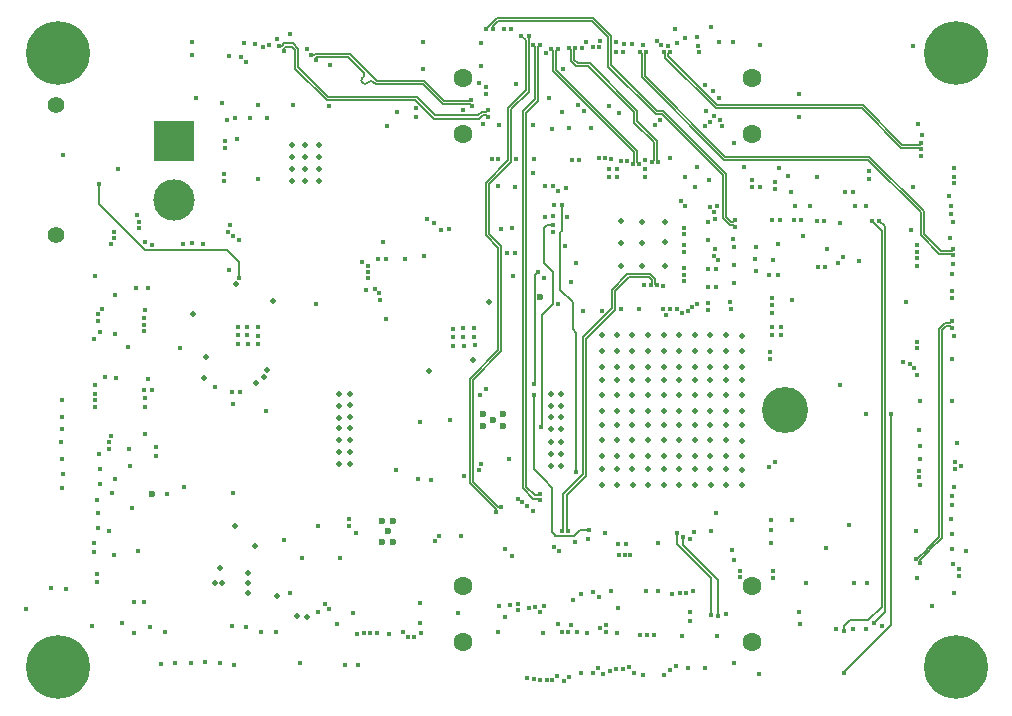
<source format=gbr>
%TF.GenerationSoftware,KiCad,Pcbnew,7.0.6-rc1-29-g152dc56df4*%
%TF.CreationDate,2023-07-03T16:00:48-04:00*%
%TF.ProjectId,pixc4-jetson-universal-carrier,70697863-342d-46a6-9574-736f6e2d756e,rev?*%
%TF.SameCoordinates,Original*%
%TF.FileFunction,Copper,L7,Inr*%
%TF.FilePolarity,Positive*%
%FSLAX46Y46*%
G04 Gerber Fmt 4.6, Leading zero omitted, Abs format (unit mm)*
G04 Created by KiCad (PCBNEW 7.0.6-rc1-29-g152dc56df4) date 2023-07-03 16:00:48*
%MOMM*%
%LPD*%
G01*
G04 APERTURE LIST*
%TA.AperFunction,ComponentPad*%
%ADD10C,1.400000*%
%TD*%
%TA.AperFunction,ComponentPad*%
%ADD11R,3.500000X3.500000*%
%TD*%
%TA.AperFunction,ComponentPad*%
%ADD12C,3.500000*%
%TD*%
%TA.AperFunction,ComponentPad*%
%ADD13C,0.800000*%
%TD*%
%TA.AperFunction,ComponentPad*%
%ADD14C,5.400000*%
%TD*%
%TA.AperFunction,ComponentPad*%
%ADD15C,1.600000*%
%TD*%
%TA.AperFunction,ComponentPad*%
%ADD16C,0.600000*%
%TD*%
%TA.AperFunction,ComponentPad*%
%ADD17C,3.900000*%
%TD*%
%TA.AperFunction,ViaPad*%
%ADD18C,0.400000*%
%TD*%
%TA.AperFunction,ViaPad*%
%ADD19C,0.500000*%
%TD*%
%TA.AperFunction,ViaPad*%
%ADD20C,0.600000*%
%TD*%
%TA.AperFunction,Conductor*%
%ADD21C,0.157480*%
%TD*%
%TA.AperFunction,Conductor*%
%ADD22C,0.127254*%
%TD*%
%TA.AperFunction,Conductor*%
%ADD23C,0.152400*%
%TD*%
%TA.AperFunction,Conductor*%
%ADD24C,0.144780*%
%TD*%
G04 APERTURE END LIST*
D10*
%TO.N,*%
%TO.C,J27*%
X61310700Y-97173560D03*
X61310700Y-86173560D03*
D11*
%TO.N,GND*%
X71310700Y-89173560D03*
D12*
%TO.N,/MainPower/PWR_IN*%
X71310700Y-94173560D03*
%TD*%
D13*
%TO.N,GND*%
%TO.C,J1*%
X59475000Y-81750000D03*
X60068109Y-80318109D03*
X60068109Y-83181891D03*
X61500000Y-79725000D03*
D14*
X61500000Y-81750000D03*
D13*
X61500000Y-83775000D03*
X62931891Y-80318109D03*
X62931891Y-83181891D03*
X63525000Y-81750000D03*
%TD*%
%TO.N,GND*%
%TO.C,J2*%
X59475000Y-133750000D03*
X60068109Y-132318109D03*
X60068109Y-135181891D03*
X61500000Y-131725000D03*
D14*
X61500000Y-133750000D03*
D13*
X61500000Y-135775000D03*
X62931891Y-132318109D03*
X62931891Y-135181891D03*
X63525000Y-133750000D03*
%TD*%
%TO.N,GND*%
%TO.C,J3*%
X135475000Y-81750000D03*
X136068109Y-80318109D03*
X136068109Y-83181891D03*
X137500000Y-79725000D03*
D14*
X137500000Y-81750000D03*
D13*
X137500000Y-83775000D03*
X138931891Y-80318109D03*
X138931891Y-83181891D03*
X139525000Y-81750000D03*
%TD*%
%TO.N,GND*%
%TO.C,J4*%
X135475000Y-133750000D03*
X136068109Y-132318109D03*
X136068109Y-135181891D03*
X137500000Y-131725000D03*
D14*
X137500000Y-133750000D03*
D13*
X137500000Y-135775000D03*
X138931891Y-132318109D03*
X138931891Y-135181891D03*
X139525000Y-133750000D03*
%TD*%
D15*
%TO.N,+5V*%
%TO.C,J5*%
X95750000Y-88625000D03*
X120250000Y-88625000D03*
%TO.N,GND*%
X95750000Y-83875000D03*
X120250000Y-83875000D03*
%TD*%
%TO.N,+5V*%
%TO.C,J6*%
X95750000Y-131625000D03*
X120250000Y-131625000D03*
%TO.N,GND*%
X95750000Y-126875000D03*
X120250000Y-126875000D03*
%TD*%
D16*
%TO.N,GND*%
%TO.C,U6*%
X88900800Y-121406200D03*
X88900800Y-123126200D03*
X89380800Y-122266200D03*
X89860800Y-121406200D03*
X89860800Y-123126200D03*
%TD*%
%TO.N,GND*%
%TO.C,U10*%
X99161600Y-112344200D03*
X97441600Y-112344200D03*
X98301600Y-112824200D03*
X99161600Y-113304200D03*
X97441600Y-113304200D03*
%TD*%
D17*
%TO.N,GND*%
%TO.C,SP1*%
X123000000Y-112000000D03*
%TD*%
D18*
%TO.N,GND*%
X86800000Y-130910000D03*
X118643400Y-80822800D03*
X127630000Y-109890000D03*
D19*
X110093600Y-115900000D03*
D18*
X118000000Y-129240000D03*
X99910000Y-124320000D03*
X92700000Y-95800000D03*
X118668800Y-101193600D03*
X82510000Y-81420000D03*
X92120000Y-129990000D03*
D19*
X108772800Y-106984800D03*
D18*
X78650000Y-130750000D03*
X132980000Y-107910000D03*
D19*
X107496771Y-105674800D03*
D18*
X130110000Y-91710000D03*
X113250000Y-90680000D03*
X97180000Y-110690000D03*
D19*
X119352800Y-110730000D03*
X107492800Y-109434000D03*
D18*
X90144600Y-86715600D03*
D19*
X114054284Y-113250000D03*
D18*
X104930000Y-130230000D03*
X69090000Y-109390000D03*
X70530000Y-130740000D03*
X87570000Y-101850000D03*
D19*
X114047084Y-112050000D03*
X107492800Y-106984800D03*
X118006771Y-105674800D03*
X111409942Y-106984800D03*
X115372855Y-113250000D03*
D18*
X81380000Y-86170000D03*
D19*
X116686455Y-114560000D03*
D18*
X117440000Y-85600000D03*
X114450000Y-99990000D03*
X65960000Y-97970000D03*
X99872800Y-96545400D03*
X105580000Y-90790000D03*
D19*
X82510000Y-129470000D03*
D18*
X128880000Y-126660000D03*
D19*
X107494600Y-108314000D03*
X108772800Y-109434000D03*
D18*
X95732600Y-105079800D03*
D19*
X115367455Y-108314000D03*
X108780000Y-113250000D03*
X116686026Y-108314000D03*
D18*
X100190000Y-98680000D03*
X116350000Y-86660000D03*
D19*
X119354600Y-108334000D03*
D18*
X86070000Y-121250000D03*
D19*
X107492800Y-110710000D03*
D18*
X67500000Y-115260000D03*
X124200000Y-87220000D03*
X77546200Y-106426000D03*
X112240000Y-127350000D03*
X105300000Y-99580000D03*
D19*
X107495029Y-114560000D03*
X115387084Y-118327800D03*
D18*
X64500000Y-105990000D03*
X92220000Y-130890000D03*
D19*
X108772800Y-117017800D03*
D18*
X86454400Y-129184400D03*
X102300000Y-129100000D03*
X97300000Y-82830000D03*
D19*
X111409942Y-112050000D03*
X110091371Y-106984800D03*
X110867599Y-97818001D03*
D18*
X66220000Y-124290000D03*
X76708000Y-106426000D03*
X111250000Y-127350000D03*
D19*
X118005029Y-115900000D03*
D18*
X117260000Y-131130000D03*
X67700000Y-120260000D03*
X130090000Y-92420000D03*
X103790000Y-130120000D03*
X78409800Y-105689400D03*
X117110000Y-95790000D03*
X79121000Y-87299800D03*
X75920000Y-82050000D03*
X111125000Y-91617800D03*
D19*
X119355029Y-115920000D03*
D18*
X104750000Y-88100000D03*
X100220000Y-84370000D03*
D19*
X116684226Y-117017800D03*
D18*
X95710000Y-86590000D03*
X124170000Y-85200000D03*
D19*
X79180000Y-108630000D03*
D18*
X124240000Y-129090000D03*
D19*
X118024229Y-118327800D03*
D18*
X120180000Y-93080000D03*
X86840000Y-133580000D03*
D19*
X116684226Y-106984800D03*
D18*
X88940000Y-97730000D03*
X102510000Y-130870000D03*
X93410000Y-123100000D03*
D19*
X111412171Y-115900000D03*
X114051055Y-105674800D03*
D18*
X90660000Y-130820000D03*
X95290000Y-129190000D03*
X79070000Y-112080000D03*
X64580000Y-100660000D03*
D19*
X119355029Y-114580000D03*
D18*
X115544600Y-91414600D03*
D19*
X108775029Y-114560000D03*
D18*
X94530000Y-96670000D03*
D19*
X118005029Y-114560000D03*
D18*
X128730000Y-93520000D03*
D19*
X116688197Y-105674800D03*
D18*
X95783400Y-105841800D03*
X118643400Y-97510600D03*
X76010000Y-96300000D03*
X136960000Y-97400000D03*
X96723200Y-105816400D03*
X92130000Y-113030000D03*
X77495400Y-105664000D03*
X115260000Y-127350000D03*
X64560000Y-109860000D03*
X65200000Y-103420000D03*
X85760000Y-133540000D03*
X102600000Y-100790000D03*
X133890000Y-81170000D03*
X115600000Y-102970000D03*
X134160000Y-99780000D03*
X103260000Y-88160000D03*
X64580000Y-110640000D03*
X133870000Y-93080000D03*
X114970000Y-129890000D03*
X61850000Y-90360000D03*
X94894400Y-105816400D03*
X116484400Y-103505000D03*
X65420000Y-109220000D03*
X83490000Y-121800000D03*
D19*
X119352800Y-107004800D03*
X77550000Y-125780000D03*
D18*
X108762800Y-91587800D03*
X65020000Y-105420000D03*
X124256800Y-130124200D03*
X133270000Y-102810000D03*
D19*
X107500000Y-113250000D03*
D18*
X137130000Y-107700000D03*
X70170000Y-133510000D03*
X122428000Y-100558600D03*
D19*
X107514229Y-118327800D03*
X116705655Y-118327800D03*
D18*
X81980000Y-133400000D03*
X85330000Y-124520000D03*
D19*
X107495029Y-115900000D03*
D18*
X94894400Y-106527600D03*
X120910000Y-81110000D03*
D19*
X109093000Y-99771200D03*
D18*
X121793000Y-121285000D03*
X121640600Y-100533200D03*
D19*
X112728513Y-109434000D03*
D18*
X107600000Y-134300000D03*
D19*
X115365655Y-110710000D03*
D18*
X126441200Y-99898200D03*
X97120000Y-84340000D03*
X110970000Y-81070000D03*
D19*
X77560000Y-127460000D03*
X115365655Y-117017800D03*
D18*
X118550000Y-123850000D03*
X103790000Y-102990000D03*
D19*
X114047084Y-110710000D03*
X108774600Y-108314000D03*
D18*
X68760000Y-128220000D03*
X111950000Y-131030000D03*
D19*
X108772800Y-112050000D03*
D18*
X112960000Y-103960000D03*
D19*
X114047084Y-109434000D03*
X119356771Y-105694800D03*
X111411742Y-108314000D03*
X114049313Y-114560000D03*
D18*
X102750000Y-81750000D03*
X84450000Y-82790000D03*
X92405200Y-83108800D03*
X105810000Y-81340000D03*
X78390000Y-86180000D03*
X105950000Y-103570000D03*
X99640000Y-116120000D03*
D19*
X119352800Y-112070000D03*
D18*
X68840000Y-111770000D03*
D19*
X107492800Y-117017800D03*
X119360000Y-113270000D03*
X81710000Y-129460000D03*
X109093000Y-95986600D03*
D18*
X78409800Y-106426000D03*
X80580000Y-122980000D03*
X106740000Y-127400000D03*
D19*
X110091371Y-112050000D03*
D18*
X99974400Y-100660200D03*
X69060000Y-101690000D03*
X134420000Y-111230000D03*
X68170000Y-95500000D03*
D19*
X118002800Y-109434000D03*
X114047084Y-106984800D03*
D18*
X116484400Y-102895400D03*
D19*
X115367884Y-115900000D03*
X110112800Y-118327800D03*
X110947200Y-99771200D03*
D18*
X76708000Y-105638600D03*
D19*
X116684226Y-110710000D03*
D18*
X137120000Y-100480000D03*
X98800000Y-128580000D03*
X129290000Y-99330000D03*
X75565000Y-89179400D03*
X89490000Y-130980000D03*
X101780000Y-90720000D03*
X98780000Y-87830000D03*
X122428000Y-97917000D03*
D19*
X112749942Y-118327800D03*
D18*
X64490000Y-123240000D03*
X84390000Y-86270000D03*
X114960000Y-129070000D03*
D19*
X112732484Y-105674800D03*
X116684226Y-112050000D03*
D18*
X137890000Y-116700000D03*
X108780000Y-130840000D03*
D19*
X108775029Y-115900000D03*
D18*
X137310000Y-91510000D03*
X108864400Y-128717000D03*
X83490000Y-129070000D03*
X114760000Y-133790000D03*
X73760000Y-97900000D03*
X127320000Y-130570000D03*
X128920000Y-94700000D03*
D19*
X119352800Y-109454000D03*
D18*
X116280000Y-133840000D03*
D19*
X118002800Y-106984800D03*
D18*
X131200000Y-130240000D03*
X104521000Y-95605600D03*
X117144800Y-100076000D03*
X137290000Y-118500000D03*
D19*
X111417142Y-113250000D03*
D18*
X88470000Y-130880000D03*
X121996200Y-99263200D03*
X136940000Y-93830000D03*
X96697800Y-105079800D03*
X75372200Y-86022200D03*
X137270000Y-96050000D03*
D19*
X119374229Y-118347800D03*
D18*
X111180000Y-90820000D03*
X108102400Y-91567000D03*
D19*
X119352800Y-117037800D03*
D18*
X113080000Y-81160000D03*
D19*
X108772800Y-110710000D03*
D18*
X117144800Y-101549200D03*
X120910000Y-93070000D03*
D19*
X112877600Y-99771200D03*
D18*
X67880000Y-128210000D03*
D19*
X78160000Y-123520000D03*
D18*
X107320000Y-80780000D03*
X77698600Y-87299800D03*
X120180000Y-92520000D03*
X97282000Y-80949800D03*
X121793000Y-122174000D03*
X88690000Y-102670000D03*
X117250000Y-94730000D03*
D19*
X115365655Y-106984800D03*
D18*
X135440000Y-128550000D03*
D19*
X118002800Y-112050000D03*
D18*
X137150000Y-111190000D03*
X66290000Y-105510000D03*
D19*
X114068513Y-118327800D03*
X110093171Y-108314000D03*
X112852200Y-97790000D03*
D18*
X68770000Y-105300000D03*
D19*
X110091371Y-109434000D03*
X108776771Y-105674800D03*
D18*
X104485000Y-93192600D03*
X67350000Y-106650000D03*
X77495400Y-104978200D03*
X91770000Y-86410000D03*
X58790000Y-128800000D03*
X123610000Y-102650000D03*
D19*
X109118400Y-97840800D03*
D18*
X117120000Y-98330000D03*
X101710000Y-87850000D03*
X117424200Y-80848200D03*
X87200000Y-99460000D03*
D19*
X112728513Y-110710000D03*
X110098571Y-113250000D03*
D18*
X78384400Y-104978200D03*
X126480000Y-123650000D03*
D19*
X114048884Y-108314000D03*
D18*
X79900000Y-130760000D03*
X68820000Y-103550000D03*
X111060000Y-101420000D03*
X76810000Y-97580000D03*
X134550000Y-90510000D03*
X112240000Y-123220000D03*
X109410000Y-80970000D03*
X128410000Y-121740000D03*
D19*
X118002800Y-110710000D03*
X108794229Y-118327800D03*
D18*
X78780000Y-81230000D03*
X134210000Y-109040000D03*
D19*
X110947200Y-96062800D03*
X111409942Y-117017800D03*
X116691426Y-113250000D03*
D18*
X92140000Y-128350000D03*
X69780000Y-115080000D03*
X82120000Y-124520000D03*
D19*
X112728513Y-117017800D03*
D18*
X68100000Y-101680000D03*
X68790000Y-97750000D03*
D19*
X115365655Y-109434000D03*
D18*
X134110000Y-122250000D03*
D19*
X115367884Y-114560000D03*
D18*
X94630000Y-112830000D03*
D19*
X76420000Y-121770000D03*
D18*
X129930000Y-126630000D03*
D19*
X112728513Y-112050000D03*
D18*
X107750000Y-122430000D03*
D19*
X116684226Y-109434000D03*
D18*
X109821900Y-133780000D03*
X116586000Y-92481400D03*
X67530000Y-116760000D03*
D19*
X118002800Y-117017800D03*
X114047084Y-117017800D03*
D18*
X104250000Y-83100000D03*
X105440000Y-130810000D03*
X97470000Y-87730000D03*
X94869000Y-105105200D03*
D19*
X112730313Y-108314000D03*
D18*
X110660000Y-103400000D03*
D19*
X112730742Y-114560000D03*
D18*
X121793000Y-123215400D03*
D19*
X112728513Y-106984800D03*
D18*
X79980000Y-80550000D03*
D19*
X111409942Y-109434000D03*
X110091371Y-110710000D03*
D18*
X68840000Y-110990000D03*
X134570000Y-88710000D03*
X64470000Y-124030000D03*
D19*
X115365655Y-112050000D03*
X118010000Y-113250000D03*
D18*
X99510000Y-98680000D03*
X72770000Y-80850000D03*
X89331800Y-87909400D03*
D19*
X111409942Y-110710000D03*
X110093600Y-114560000D03*
X111431371Y-118327800D03*
X77540000Y-126650000D03*
D18*
X107350000Y-130440000D03*
X95808800Y-106527600D03*
X98750000Y-130770000D03*
X66380000Y-109250000D03*
X134150000Y-98050000D03*
D19*
X112852200Y-96037400D03*
D18*
X96748600Y-106502200D03*
D19*
X110091371Y-117017800D03*
D18*
X114280000Y-103780000D03*
X76708000Y-104978200D03*
X129910000Y-112290000D03*
X85090000Y-130080000D03*
X75565000Y-89789000D03*
D19*
X114049313Y-115900000D03*
D18*
X91795600Y-87198200D03*
D19*
X116686455Y-115900000D03*
D18*
X72770000Y-81950000D03*
X108260000Y-127350000D03*
X105040000Y-128060000D03*
X123647200Y-121310400D03*
X92354400Y-80797400D03*
X64380000Y-130250000D03*
D19*
X112730742Y-115900000D03*
X111412171Y-114560000D03*
D18*
X117527399Y-87473352D03*
X68800000Y-114020000D03*
X112680000Y-101450000D03*
X87690000Y-100850000D03*
D19*
X111413913Y-105674800D03*
X107492800Y-112050000D03*
X118004600Y-108314000D03*
D18*
X106260000Y-130890000D03*
D19*
X112735713Y-113250000D03*
D18*
X68260000Y-123950000D03*
X137200000Y-99590000D03*
X125755400Y-92278200D03*
D19*
X110095342Y-105674800D03*
X115369626Y-105674800D03*
D18*
X119532400Y-91414600D03*
D19*
%TO.N,+5V*%
X85242400Y-116586000D03*
D18*
X97729000Y-110236000D03*
D19*
X85242400Y-115570000D03*
X86156800Y-111556800D03*
X85242400Y-114554000D03*
D18*
X86660000Y-122380000D03*
X121900000Y-105630000D03*
D19*
X86156800Y-116535200D03*
X85242400Y-111607600D03*
X86156800Y-114503200D03*
X86156800Y-112572800D03*
D18*
X86060000Y-121770000D03*
D19*
X73840000Y-109260000D03*
X86156800Y-113538000D03*
D18*
X124570000Y-97240000D03*
X127950000Y-99070000D03*
D19*
X85242400Y-112623600D03*
D18*
X127540000Y-99520000D03*
D19*
X86156800Y-115519200D03*
X86156800Y-110591600D03*
X85242400Y-113538000D03*
D18*
X120548400Y-98221800D03*
X104960000Y-90810000D03*
X102720000Y-93000000D03*
X124360000Y-95940000D03*
X60850000Y-127070000D03*
D20*
X102311200Y-102438200D03*
D19*
X85242400Y-110591600D03*
D18*
%TO.N,3V3_SYS*%
X116770000Y-79560000D03*
%TO.N,USB2-*%
X134540000Y-89374834D03*
X113263500Y-81640000D03*
%TO.N,USB2+*%
X134540000Y-89901834D03*
X112736500Y-81640000D03*
%TO.N,PORT_VBUS_2*%
X134243334Y-87763334D03*
X117020000Y-87100000D03*
%TO.N,USB3-*%
X111263500Y-81680000D03*
X137250000Y-98351500D03*
%TO.N,USB3+*%
X137250000Y-98878500D03*
X110736500Y-81680000D03*
%TO.N,PORT_VBUS_3*%
X133700000Y-96750000D03*
X110070000Y-80960000D03*
%TO.N,USB4-*%
X109263500Y-81660000D03*
X133583677Y-108053677D03*
%TO.N,USB4+*%
X133956323Y-108426323D03*
X108736500Y-81660000D03*
%TO.N,PORT_VBUS_4*%
X137300000Y-105760000D03*
X108740000Y-80850000D03*
%TO.N,ETH_RADIO_TX_N*%
X102304140Y-81090000D03*
X122125060Y-116374940D03*
X102240000Y-119063800D03*
%TO.N,ETH_RADIO_TX_P*%
X101695860Y-81090000D03*
X121694940Y-116805060D03*
X102240000Y-119616200D03*
%TO.N,ETH_RADIO_RX_N*%
X101304140Y-80290000D03*
X122000000Y-125635860D03*
X98955303Y-120204697D03*
%TO.N,ETH_RADIO_RX_P*%
X98564697Y-120595303D03*
X122000000Y-126244140D03*
X100695860Y-80290000D03*
%TO.N,ETH_SPARE_RX_P*%
X121780000Y-107694140D03*
X99804140Y-79690000D03*
%TO.N,ETH_SPARE_RX_N*%
X121780000Y-107085860D03*
X99195860Y-79690000D03*
%TO.N,ETH_SPARE_TX_P*%
X118770000Y-96504140D03*
X98304140Y-79720000D03*
%TO.N,ETH_SPARE_TX_N*%
X118770000Y-95895860D03*
X97695860Y-79720000D03*
D19*
%TO.N,Net-(D2-K)*%
X96580000Y-107730000D03*
X97920000Y-102810000D03*
D18*
%TO.N,FMU_I2C_1_SDA*%
X65000000Y-116980000D03*
X103437300Y-123567300D03*
%TO.N,FMU_I2C_1_SCL*%
X64970000Y-115710000D03*
X101670000Y-120520000D03*
%TO.N,GPS1_RX*%
X101200000Y-120150000D03*
X65820000Y-115280000D03*
%TO.N,GPS1_TX*%
X65800000Y-114720000D03*
X100782162Y-119804123D03*
%TO.N,+VDD_5V_PERIPH*%
X108220000Y-134110000D03*
X110960000Y-134390000D03*
X65910000Y-114190000D03*
X105710000Y-134240000D03*
X61760000Y-118630000D03*
X66840000Y-130060000D03*
X138330000Y-123950000D03*
X110235000Y-134265000D03*
X76380000Y-133550000D03*
X100400000Y-119480000D03*
X137560000Y-114790000D03*
X102590000Y-128570000D03*
%TO.N,BATT_VOLTAGE_SENS_PROT*%
X61860000Y-117380000D03*
X117320000Y-129400000D03*
X114360000Y-122780000D03*
%TO.N,BATT_CURRENT_SENS_PROT*%
X116740000Y-129380000D03*
X61780000Y-116110000D03*
X113840000Y-122360000D03*
%TO.N,FMU-CH1-PROT*%
X101840000Y-128640000D03*
X134410000Y-118330000D03*
%TO.N,IO-CH8-PROT*%
X104730000Y-134610000D03*
X137170000Y-119280000D03*
%TO.N,IO-CH7-PROT*%
X137110000Y-119990000D03*
X104290000Y-134910000D03*
%TO.N,IO-CH6-PROT*%
X103750000Y-134520000D03*
X137090000Y-121220000D03*
%TO.N,IO-CH5-PROT*%
X137130000Y-122480000D03*
X103320979Y-134848867D03*
%TO.N,IO-CH4-PROT*%
X137190000Y-123720000D03*
X102820000Y-134860000D03*
%TO.N,IO-CH3-PROT*%
X102260000Y-134870000D03*
X137250000Y-124990000D03*
%TO.N,IO-CH2-PROT*%
X101750000Y-134780000D03*
X134220000Y-126240000D03*
%TO.N,IO-CH1-PROT*%
X101140000Y-134670000D03*
X137320000Y-127470000D03*
%TO.N,ETH_RADIO_TX_POSTMAG_N*%
X137120000Y-101925460D03*
X134370000Y-117131300D03*
%TO.N,ETH_RADIO_TX_POSTMAG_P*%
X137120000Y-102533740D03*
X134370000Y-117658300D03*
%TO.N,ETH_RADIO_RX_POSTMAG_N*%
X134088279Y-124573677D03*
X137130000Y-104425460D03*
%TO.N,ETH_RADIO_RX_POSTMAG_P*%
X137130000Y-105033740D03*
X134460925Y-124946323D03*
%TO.N,ETH_SPARE_TX_POSTMAG_N*%
X137340000Y-92266500D03*
X134167726Y-98621500D03*
%TO.N,ETH_SPARE_TX_POSTMAG_P*%
X137340000Y-92793500D03*
X134167726Y-99148500D03*
%TO.N,ETH_SPARE_RX_POSTMAG_N*%
X134200000Y-106241500D03*
X137090000Y-94754260D03*
%TO.N,ETH_SPARE_RX_POSTMAG_P*%
X137090000Y-95362540D03*
X134200000Y-106768500D03*
D19*
%TO.N,Net-(D3-K)*%
X78245300Y-109710000D03*
X79640000Y-102720000D03*
D18*
%TO.N,+1V1*%
X118668800Y-98221800D03*
X122148600Y-92684600D03*
X122148600Y-93243400D03*
X108102400Y-92227400D03*
X111125000Y-92252800D03*
X107518200Y-103581200D03*
X123740000Y-95930000D03*
X112664200Y-103454200D03*
X116454000Y-96062800D03*
X103370000Y-92990000D03*
X121890000Y-104970000D03*
X116494600Y-100076000D03*
X109139200Y-103428800D03*
X116454400Y-97561400D03*
X122580000Y-95890000D03*
X121880000Y-95870000D03*
%TO.N,+5V_FMU*%
X124820000Y-126640000D03*
X108910000Y-123310000D03*
X108960000Y-124290000D03*
D19*
X103225600Y-116687600D03*
X75210000Y-125330000D03*
X104089200Y-113588800D03*
X104089200Y-115671600D03*
D18*
X102710000Y-95610000D03*
X122540000Y-91460000D03*
D19*
X75350000Y-126660000D03*
X104089200Y-111658400D03*
X92910000Y-108670000D03*
X103225600Y-111658400D03*
X74760000Y-126660000D03*
D20*
X69392800Y-119126000D03*
D18*
X126350000Y-95960000D03*
D19*
X79970000Y-127700000D03*
X104089200Y-112572800D03*
D18*
X109930000Y-124290000D03*
X62160000Y-127160000D03*
X109580000Y-123300000D03*
X66070000Y-119030000D03*
X109430000Y-124300000D03*
D19*
X104089200Y-114655600D03*
X103225600Y-110642400D03*
D18*
X81110000Y-127508000D03*
D19*
X103225600Y-113588800D03*
D18*
X65760000Y-122210000D03*
D19*
X103225600Y-112572800D03*
D18*
X122670000Y-105620000D03*
D19*
X103225600Y-115671600D03*
X104089200Y-116687600D03*
X103225600Y-114655600D03*
X104089200Y-110642400D03*
D18*
%TO.N,IRID_ON_OFF_3.3*%
X115760000Y-81710000D03*
X81070000Y-80190000D03*
%TO.N,IRID_TX_IN_3.3*%
X115610000Y-81130000D03*
X79360000Y-81070000D03*
%TO.N,IRID_RING_3.3*%
X115560000Y-80370000D03*
X78150000Y-81040000D03*
%TO.N,IRID_NA_3.3*%
X77170000Y-80930000D03*
X113690000Y-79760000D03*
%TO.N,IRID_RX_OUT_3.3*%
X117710000Y-87940000D03*
X73170000Y-85550000D03*
%TO.N,USB_EXT2_SSTX-*%
X113280000Y-103430000D03*
X100390000Y-128380000D03*
%TO.N,Net-(U9-VCC)*%
X69750000Y-115860000D03*
X70730000Y-119120000D03*
%TO.N,XAVIER_I2C1_SCL*%
X128010000Y-130660000D03*
X130370000Y-95980000D03*
X116920000Y-84940000D03*
%TO.N,CAM1_D0_N*%
X112454284Y-87445716D03*
%TO.N,CAM1_D0_P*%
X112045716Y-87854284D03*
X104100000Y-86720000D03*
X103010000Y-85540000D03*
%TO.N,CAM1_C_N*%
X108110000Y-86280000D03*
%TO.N,CAM1_C_P*%
X108990000Y-86830000D03*
%TO.N,CAM1_D1_N*%
X105510000Y-86160000D03*
%TO.N,CAM1_D1_P*%
X106035716Y-86644284D03*
%TO.N,XAVIER_I2C1_SDA*%
X130570000Y-129980000D03*
X116250000Y-84480000D03*
X130960000Y-95960000D03*
%TO.N,GPIO10*%
X76440000Y-87260000D03*
X116660000Y-87560000D03*
X72080000Y-97970000D03*
%TO.N,GPIO12*%
X75800000Y-87420000D03*
X116250000Y-87910000D03*
X69460000Y-97990000D03*
%TO.N,RC_INPUT*%
X76820000Y-100840000D03*
X101790000Y-110737300D03*
X64970000Y-92840000D03*
X106390000Y-122150000D03*
%TO.N,+VDD_5V_RADIO*%
X69240000Y-130350000D03*
X66500000Y-91570000D03*
X107240000Y-127840000D03*
%TO.N,BUZZER_OUT*%
X66320000Y-117840000D03*
X64810000Y-121970000D03*
%TO.N,SAFETY_VDD*%
X105750000Y-127550000D03*
X64880000Y-120720000D03*
X99280000Y-123780000D03*
%TO.N,SAFETY_SWITCH_IN*%
X64980000Y-118250000D03*
X103874349Y-123900000D03*
%TO.N,TELEM1_TX*%
X114280000Y-131130000D03*
X75180000Y-133430000D03*
%TO.N,TELEM1_RX*%
X113750000Y-133660000D03*
X73900000Y-133360000D03*
%TO.N,TELEM1_CTS*%
X113240000Y-134040000D03*
X72680000Y-133380000D03*
%TO.N,TELEM1_RTS*%
X71390000Y-133380000D03*
X112780000Y-134420000D03*
%TO.N,INTVCC*%
X125791000Y-99872800D03*
X120497600Y-99237800D03*
%TO.N,USB_EXT2_SSTX+*%
X113840000Y-103410000D03*
X100380000Y-128930000D03*
%TO.N,CAN_2+*%
X137730000Y-125470860D03*
X108695860Y-133920000D03*
%TO.N,CAN_2-*%
X109304140Y-133920000D03*
X137730000Y-126079140D03*
%TO.N,FMU_I2C_2_SDA*%
X64780000Y-125880000D03*
X107200000Y-133820000D03*
%TO.N,FMU_I2C_2_SCL*%
X64750000Y-126590000D03*
X106750000Y-134270000D03*
%TO.N,FMU-CH4-PROT*%
X99310000Y-129550000D03*
X134370000Y-113670000D03*
%TO.N,FMU-CH3-PROT*%
X99750000Y-128470000D03*
X134420000Y-115000000D03*
%TO.N,FMU-CH2-PROT*%
X134420000Y-116120000D03*
X101330000Y-128710000D03*
%TO.N,USB_EXT1_SSTX-*%
X84426323Y-128806323D03*
X117356323Y-99316323D03*
X87690000Y-100322070D03*
%TO.N,USB_EXT1_SSTX+*%
X87690000Y-99817930D03*
X84053677Y-128433677D03*
X116983677Y-98943677D03*
%TO.N,CAM1_GPIO*%
X108290000Y-90700000D03*
X112170000Y-80767300D03*
%TO.N,CAM1_MCLK*%
X107760000Y-90690000D03*
X112551641Y-81092037D03*
%TO.N,CAM1_SCL0*%
X113830000Y-80940000D03*
X107240000Y-90680000D03*
%TO.N,CAM1_SDA0*%
X106600000Y-88150000D03*
X114572700Y-80500000D03*
%TO.N,CAM0_D0_N*%
X76965716Y-82075716D03*
X97670000Y-84671100D03*
%TO.N,CAM0_D0_P*%
X97670000Y-85248900D03*
X77374284Y-82484284D03*
%TO.N,CAM0_C_N*%
X96410000Y-85730000D03*
X82895716Y-81935716D03*
%TO.N,CAM0_C_P*%
X83304284Y-82344284D03*
X96480000Y-86280000D03*
%TO.N,CAM0_D1_N*%
X97830000Y-86581100D03*
X80205716Y-81145716D03*
%TO.N,CAM0_D1_P*%
X80614284Y-81554284D03*
X97830000Y-87158900D03*
%TO.N,CAM0_GPIO*%
X101640000Y-91900000D03*
%TO.N,CAM0_MCLK*%
X100180000Y-93130000D03*
%TO.N,CAM0_SCL0*%
X100200000Y-90700000D03*
%TO.N,CAM0_SDA0*%
X98680000Y-93020000D03*
%TO.N,USBSS_TX_N*%
X112290000Y-90990000D03*
X105263500Y-81350000D03*
%TO.N,USBSS_TX_P*%
X111770000Y-90980000D03*
X104736500Y-81350000D03*
%TO.N,UART4_RX*%
X114660000Y-127480000D03*
X119167208Y-126152989D03*
%TO.N,UART4_TX*%
X119190000Y-125630000D03*
X114120000Y-127490000D03*
%TO.N,S.BUS_OUT*%
X67920000Y-130900000D03*
X113470000Y-127530000D03*
%TO.N,USB_CELL_SSTX+*%
X116643677Y-94833677D03*
X64600000Y-111706000D03*
X66200000Y-96937930D03*
%TO.N,USB_CELL_SSTX-*%
X66200000Y-97442070D03*
X117016323Y-95206323D03*
X64600000Y-111179000D03*
%TO.N,+SIM_VCC*%
X83310000Y-102980000D03*
X76300000Y-111520000D03*
X128077000Y-93522800D03*
X127650000Y-96140000D03*
%TO.N,Net-(D9-K)*%
X77380000Y-130360000D03*
X75950000Y-100150000D03*
X76190000Y-130290000D03*
%TO.N,Net-(D10-A)*%
X132010000Y-112350000D03*
X120780000Y-134330000D03*
X128030000Y-134220000D03*
%TO.N,USB_CELL_D+*%
X68330000Y-96097930D03*
X114180000Y-94260000D03*
X68710000Y-104236500D03*
%TO.N,USB_CELL_D-*%
X114526323Y-94706323D03*
X68710000Y-104763500D03*
X68330000Y-96602070D03*
%TO.N,USB_CELL_SSRX+*%
X114470000Y-96554501D03*
X75891759Y-96891759D03*
X68740000Y-110263500D03*
%TO.N,USB_CELL_SSRX-*%
X114470000Y-97081501D03*
X69410000Y-110310000D03*
X76248241Y-97248241D03*
%TO.N,USB_EXT1_D+*%
X114490000Y-98054502D03*
X91101500Y-131190000D03*
%TO.N,USB_EXT1_D-*%
X114490000Y-98581502D03*
X91628500Y-131190000D03*
%TO.N,USB_EXT1_SSRX+*%
X114460000Y-100554502D03*
X87351500Y-130890000D03*
X88311759Y-101721759D03*
%TO.N,USB_EXT1_SSRX-*%
X114460000Y-101081502D03*
X88668241Y-102078241D03*
X87878500Y-130890000D03*
%TO.N,USB_EXT2_D+*%
X115136323Y-103243677D03*
X107871500Y-130740000D03*
%TO.N,USB_EXT2_D-*%
X114763677Y-103616323D03*
X107850000Y-130170000D03*
%TO.N,USB_EXT2_SSRX+*%
X112150000Y-101440000D03*
X104121500Y-130750000D03*
X104132930Y-122230000D03*
%TO.N,USB_EXT2_SSRX-*%
X104648500Y-130750000D03*
X104637070Y-122230000D03*
X111630000Y-101430000D03*
%TO.N,PWRCTRL2*%
X101720000Y-109750000D03*
X102100000Y-100330000D03*
%TO.N,+3V3*%
X118414800Y-103454200D03*
X121920000Y-102463600D03*
X125710000Y-95960000D03*
X123260000Y-92170000D03*
X122650000Y-104980000D03*
X103378000Y-96951800D03*
X118389400Y-102844600D03*
X104889600Y-101142800D03*
X121920000Y-103784400D03*
X118668800Y-99745800D03*
X114528600Y-92242600D03*
X116484400Y-101549200D03*
X103454200Y-94640400D03*
X104368600Y-98069400D03*
X103360000Y-95590000D03*
X121920000Y-103124000D03*
X108770000Y-92220000D03*
%TO.N,OVERCUR3*%
X103378000Y-96312200D03*
X102330000Y-113400000D03*
%TO.N,OVERCUR2*%
X104104400Y-94640400D03*
X105321401Y-117240000D03*
X97290000Y-116550000D03*
%TO.N,CAN_1+*%
X137380000Y-116360860D03*
X110695860Y-131020000D03*
%TO.N,CAN_1-*%
X111304140Y-131020000D03*
X137380000Y-116969140D03*
D19*
%TO.N,/MainPower/PWR_IN*%
X81305400Y-91541600D03*
X83591400Y-90551000D03*
X82346800Y-92583000D03*
X82346800Y-90551000D03*
X81305400Y-90551000D03*
X83591400Y-89509600D03*
X83591400Y-92583000D03*
X83591400Y-91541600D03*
D18*
X75539600Y-91998800D03*
D19*
X81305400Y-89509600D03*
X82346800Y-91541600D03*
D18*
X78359000Y-92430600D03*
D19*
X82346800Y-89509600D03*
D18*
X75539600Y-92583000D03*
D19*
X81305400Y-92583000D03*
D18*
%TO.N,JETSON_USB1_D_P*%
X106736500Y-81290000D03*
X109104100Y-90900000D03*
%TO.N,JETSON_USB1_D_N*%
X107263500Y-81290000D03*
X109631100Y-90900000D03*
%TO.N,USBSS_RX_P*%
X110104099Y-91130000D03*
X103236500Y-81450000D03*
%TO.N,USBSS_RX_N*%
X103763500Y-81450000D03*
X110631099Y-91130000D03*
%TO.N,Net-(IC1-USB_R1)*%
X115351600Y-93141800D03*
%TO.N,JETSON_CAN+*%
X93324894Y-96144894D03*
X64870000Y-103830860D03*
X98170000Y-90720000D03*
%TO.N,JETSON_CAN-*%
X98750000Y-90720000D03*
X64870000Y-104439140D03*
X93895106Y-96715106D03*
%TO.N,PORT_VBUS_JETSON*%
X103780000Y-93469350D03*
X106180000Y-80830000D03*
%TO.N,GPIO02*%
X72830000Y-97870000D03*
X118720000Y-89360000D03*
X76640000Y-89050000D03*
%TO.N,BATT2_CURRENT_SENS_PROT*%
X115010000Y-122940000D03*
X61800000Y-113610000D03*
%TO.N,BATT2_VOLTAGE_SENS_PROT*%
X115350000Y-122320000D03*
X61730000Y-114680000D03*
%TO.N,SPARE1_ADC1*%
X116740000Y-122220000D03*
X93065744Y-117871709D03*
%TO.N,SPARE2_ADC1*%
X97100000Y-117090000D03*
X117180000Y-120710000D03*
%TO.N,Net-(J20-Pin_7)*%
X64730000Y-119600000D03*
X105230000Y-123190000D03*
D19*
%TO.N,Net-(J30-~{FULL_CARD_POWER_OFF})*%
X76510000Y-101360000D03*
X72880000Y-103890000D03*
%TO.N,PCIE_DIS*%
X78870000Y-109230000D03*
X74000000Y-107520000D03*
D18*
%TO.N,VBUS_CELL*%
X71810000Y-106720000D03*
X98950000Y-96640000D03*
%TO.N,SIM_RESET*%
X125160000Y-94710000D03*
X89220000Y-104260000D03*
X92490000Y-98950000D03*
X74730000Y-110000000D03*
%TO.N,SIM_CLK*%
X76200000Y-110440000D03*
X123490000Y-93560000D03*
X89220000Y-99210000D03*
%TO.N,SIM_DATA*%
X123850000Y-94710000D03*
X76850000Y-110440000D03*
X88560000Y-99240000D03*
%TO.N,SIM_DETECT*%
X129870000Y-94700000D03*
X90850000Y-99180000D03*
X76280000Y-119050000D03*
%TO.N,Net-(U9-+IN)*%
X106330000Y-122870000D03*
X72110000Y-118490000D03*
%TO.N,PGOOD2*%
X120548400Y-100228400D03*
X126570000Y-98370000D03*
%TO.N,+5V_PROT*%
X90115000Y-117095000D03*
X66310000Y-102250000D03*
%TO.N,RS232_TXD*%
X129870000Y-130500000D03*
%TO.N,RS232_RXD*%
X128750000Y-130550000D03*
%TO.N,+5V_PROT_INS*%
X118680000Y-133420000D03*
X118670000Y-124710000D03*
X95590000Y-122640000D03*
X93740000Y-122620000D03*
%TO.N,Net-(J13-Pin_6)*%
X61810000Y-112540000D03*
X91980000Y-117848700D03*
%TO.N,Net-(J13-Pin_7)*%
X95873592Y-117560000D03*
X61840000Y-111170000D03*
%TD*%
D21*
%TO.N,USB2-*%
X134407311Y-89507523D02*
X134540000Y-89374834D01*
X117264184Y-86189190D02*
X129614184Y-86189190D01*
X113130811Y-81772689D02*
X113130811Y-82055817D01*
X113263500Y-81640000D02*
X113130811Y-81772689D01*
X129614184Y-86189190D02*
X132932517Y-89507523D01*
X132932517Y-89507523D02*
X134407311Y-89507523D01*
X113130811Y-82055817D02*
X117264184Y-86189190D01*
%TO.N,USB2+*%
X129505816Y-86450810D02*
X132824151Y-89769145D01*
X134407311Y-89769145D02*
X134540000Y-89901834D01*
X132824151Y-89769145D02*
X134407311Y-89769145D01*
X117155816Y-86450810D02*
X129505816Y-86450810D01*
X112869189Y-82164183D02*
X117155816Y-86450810D01*
X112869189Y-81772689D02*
X112869189Y-82164183D01*
X112736500Y-81640000D02*
X112869189Y-81772689D01*
%TO.N,USB3-*%
X111263500Y-81680000D02*
X111130811Y-81812689D01*
X117964184Y-90539190D02*
X130164184Y-90539190D01*
X134750810Y-97055816D02*
X136179183Y-98484189D01*
X111130811Y-83705817D02*
X117964184Y-90539190D01*
X136179183Y-98484189D02*
X137117311Y-98484189D01*
X130164184Y-90539190D02*
X134750810Y-95125816D01*
X111130811Y-81812689D02*
X111130811Y-83705817D01*
X134750810Y-95125816D02*
X134750810Y-97055816D01*
X137117311Y-98484189D02*
X137250000Y-98351500D01*
%TO.N,USB3+*%
X110869189Y-83814183D02*
X117855816Y-90800810D01*
X117855816Y-90800810D02*
X130055816Y-90800810D01*
X137117311Y-98745811D02*
X137250000Y-98878500D01*
X110736500Y-81680000D02*
X110869189Y-81812689D01*
X134489190Y-95234184D02*
X134489190Y-97164184D01*
X130055816Y-90800810D02*
X134489190Y-95234184D01*
X134489190Y-97164184D02*
X136070817Y-98745811D01*
X110869189Y-81812689D02*
X110869189Y-83814183D01*
X136070817Y-98745811D02*
X137117311Y-98745811D01*
D22*
%TO.N,ETH_RADIO_TX_N*%
X102139700Y-81254440D02*
X102139700Y-85787866D01*
X101109700Y-86817866D02*
X101109700Y-118482134D01*
X102139700Y-85787866D02*
X101109700Y-86817866D01*
X102103500Y-119200300D02*
X102240000Y-119063800D01*
X102304140Y-81090000D02*
X102139700Y-81254440D01*
X101109700Y-118482134D02*
X101827866Y-119200300D01*
X101827866Y-119200300D02*
X102103500Y-119200300D01*
%TO.N,ETH_RADIO_TX_P*%
X100830300Y-118597866D02*
X101712134Y-119479700D01*
X101860300Y-81254440D02*
X101860300Y-85672134D01*
X101712134Y-119479700D02*
X102103500Y-119479700D01*
X101860300Y-85672134D02*
X100830300Y-86702134D01*
X101695860Y-81090000D02*
X101860300Y-81254440D01*
X102103500Y-119479700D02*
X102240000Y-119616200D01*
X100830300Y-86702134D02*
X100830300Y-118597866D01*
%TO.N,ETH_RADIO_RX_N*%
X98955303Y-120204697D02*
X98744662Y-120204697D01*
X99797254Y-86542712D02*
X101304140Y-85035826D01*
X99007254Y-98127288D02*
X97927254Y-97047288D01*
X99797254Y-90962712D02*
X99797254Y-86542712D01*
X96587254Y-109452712D02*
X99007254Y-107032712D01*
X96587254Y-118047289D02*
X96587254Y-109452712D01*
X101304140Y-85035826D02*
X101304140Y-80290000D01*
X99007254Y-107032712D02*
X99007254Y-98127288D01*
X97927254Y-92832712D02*
X99797254Y-90962712D01*
X98744662Y-120204697D02*
X96587254Y-118047289D01*
X97927254Y-97047288D02*
X97927254Y-92832712D01*
%TO.N,ETH_RADIO_RX_P*%
X96332746Y-109347288D02*
X98752746Y-106927288D01*
X98564697Y-120384662D02*
X96332746Y-118152711D01*
X96332746Y-118152711D02*
X96332746Y-109347288D01*
X99542746Y-86437288D02*
X101049632Y-84930402D01*
X97672746Y-92727288D02*
X99542746Y-90857288D01*
X98752746Y-98232712D02*
X97672746Y-97152712D01*
X101049632Y-80643772D02*
X100695860Y-80290000D01*
X98752746Y-106927288D02*
X98752746Y-98232712D01*
X98564697Y-120595303D02*
X98564697Y-120384662D01*
X99542746Y-90857288D02*
X99542746Y-86437288D01*
X101049632Y-84930402D02*
X101049632Y-80643772D01*
X97672746Y-97152712D02*
X97672746Y-92727288D01*
%TO.N,ETH_SPARE_TX_P*%
X117750300Y-95727866D02*
X118362134Y-96339700D01*
X98741292Y-79069700D02*
X106662134Y-79069700D01*
X106662134Y-79069700D02*
X108030300Y-80437866D01*
X118362134Y-96339700D02*
X118605560Y-96339700D01*
X112572134Y-86939700D02*
X117750300Y-92117866D01*
X98304140Y-79720000D02*
X98304140Y-79506852D01*
X98304140Y-79506852D02*
X98741292Y-79069700D01*
X117750300Y-92117866D02*
X117750300Y-95727866D01*
X108030300Y-80437866D02*
X108030300Y-82917866D01*
X108030300Y-82917866D02*
X112052134Y-86939700D01*
X112052134Y-86939700D02*
X112572134Y-86939700D01*
X118605560Y-96339700D02*
X118770000Y-96504140D01*
%TO.N,ETH_SPARE_TX_N*%
X112167866Y-86660300D02*
X112687866Y-86660300D01*
X108309700Y-82802134D02*
X112167866Y-86660300D01*
X118029700Y-92002134D02*
X118029700Y-95612134D01*
X98625560Y-78790300D02*
X106777866Y-78790300D01*
X118605560Y-96060300D02*
X118770000Y-95895860D01*
X108309700Y-80322134D02*
X108309700Y-82802134D01*
X106777866Y-78790300D02*
X108309700Y-80322134D01*
X112687866Y-86660300D02*
X118029700Y-92002134D01*
X97695860Y-79720000D02*
X98625560Y-78790300D01*
X118477866Y-96060300D02*
X118605560Y-96060300D01*
X118029700Y-95612134D02*
X118477866Y-96060300D01*
D23*
%TO.N,BATT_VOLTAGE_SENS_PROT*%
X117320000Y-126360000D02*
X114360000Y-123400000D01*
X114360000Y-123400000D02*
X114360000Y-122780000D01*
X117320000Y-129400000D02*
X117320000Y-126360000D01*
%TO.N,BATT_CURRENT_SENS_PROT*%
X113840000Y-123340000D02*
X113840000Y-122360000D01*
X113840000Y-123340000D02*
X116740000Y-126240000D01*
X116740000Y-129380000D02*
X116740000Y-126240000D01*
D22*
%TO.N,ETH_RADIO_RX_POSTMAG_N*%
X137130000Y-104425460D02*
X136940414Y-104615046D01*
X134298921Y-124544336D02*
X134058938Y-124544336D01*
X134994197Y-123849060D02*
X134298921Y-124544336D01*
X136542950Y-104615046D02*
X136035446Y-105122550D01*
X134994197Y-123783799D02*
X134994197Y-123849060D01*
X136035446Y-105122550D02*
X136035446Y-122742550D01*
X136035446Y-122742550D02*
X134994197Y-123783799D01*
X136940414Y-104615046D02*
X136542950Y-104615046D01*
%TO.N,ETH_RADIO_RX_POSTMAG_P*%
X136264554Y-105217450D02*
X136264554Y-122837450D01*
X134460925Y-124706340D02*
X134460925Y-124946323D01*
X137130000Y-105033740D02*
X136940414Y-104844154D01*
X136637850Y-104844154D02*
X136264554Y-105217450D01*
X136940414Y-104844154D02*
X136637850Y-104844154D01*
X136264554Y-122837450D02*
X135221002Y-123881002D01*
X135221002Y-123946263D02*
X134460925Y-124706340D01*
X135221002Y-123881002D02*
X135221002Y-123946263D01*
D23*
%TO.N,XAVIER_I2C1_SCL*%
X131186000Y-128634000D02*
X130040000Y-129780000D01*
X130040000Y-129780000D02*
X128510000Y-129780000D01*
X128510000Y-129780000D02*
X128010000Y-130280000D01*
X128010000Y-130280000D02*
X128010000Y-130660000D01*
X130370000Y-95980000D02*
X131186000Y-96796000D01*
X131186000Y-96796000D02*
X131186000Y-128634000D01*
%TO.N,XAVIER_I2C1_SDA*%
X130570000Y-129980000D02*
X131440000Y-129110000D01*
X131440000Y-129110000D02*
X131440000Y-96440000D01*
X131440000Y-96440000D02*
X130960000Y-95960000D01*
%TO.N,RC_INPUT*%
X75790000Y-98410000D02*
X76820000Y-99440000D01*
X101740000Y-110787300D02*
X101790000Y-110737300D01*
X103320000Y-118690000D02*
X103320000Y-118570000D01*
X103320000Y-118570000D02*
X102590000Y-117840000D01*
X102590000Y-117840000D02*
X101740000Y-116990000D01*
X105120000Y-122660000D02*
X103580000Y-122660000D01*
X101740000Y-112660000D02*
X101740000Y-110787300D01*
X76820000Y-99440000D02*
X76820000Y-100840000D01*
X68810000Y-98410000D02*
X75790000Y-98410000D01*
X101740000Y-116990000D02*
X101740000Y-112660000D01*
X105130000Y-122650000D02*
X105120000Y-122660000D01*
X64970000Y-94570000D02*
X68810000Y-98410000D01*
X106390000Y-122150000D02*
X105630000Y-122150000D01*
X103320000Y-122310000D02*
X103320000Y-118690000D01*
X103580000Y-122660000D02*
X103580000Y-122590000D01*
X64970000Y-92840000D02*
X64970000Y-94570000D01*
X103310000Y-122320000D02*
X103320000Y-122310000D01*
X105630000Y-122150000D02*
X105130000Y-122650000D01*
X103580000Y-122590000D02*
X103310000Y-122320000D01*
D24*
%TO.N,CAM0_C_N*%
X83222134Y-81820300D02*
X83106718Y-81935716D01*
X86167866Y-81820300D02*
X83222134Y-81820300D01*
X94167866Y-85830300D02*
X92457866Y-84120300D01*
X96309700Y-85830300D02*
X94167866Y-85830300D01*
X88467866Y-84120300D02*
X86167866Y-81820300D01*
X83106718Y-81935716D02*
X82895716Y-81935716D01*
X92457866Y-84120300D02*
X88467866Y-84120300D01*
X96410000Y-85730000D02*
X96309700Y-85830300D01*
%TO.N,CAM0_C_P*%
X87317688Y-83365254D02*
X86052134Y-82099700D01*
X86052134Y-82099700D02*
X83337866Y-82099700D01*
X92342134Y-84399700D02*
X88352134Y-84399700D01*
X83304284Y-82133282D02*
X83304284Y-82344284D01*
X87741952Y-84213782D02*
X87741951Y-84213782D01*
X94052134Y-86109700D02*
X92342134Y-84399700D01*
X87741951Y-84213782D02*
X87662391Y-84293343D01*
X96309700Y-86109700D02*
X94052134Y-86109700D01*
X87238126Y-83869078D02*
X87238126Y-83869077D01*
X88352134Y-84399700D02*
X88166217Y-84213783D01*
X96480000Y-86280000D02*
X96309700Y-86109700D01*
X87238126Y-83869077D02*
X87317687Y-83789517D01*
X83337866Y-82099700D02*
X83304284Y-82133282D01*
X87317687Y-83365253D02*
X87317688Y-83365254D01*
X87238117Y-83869069D02*
G75*
G03*
X87238128Y-84293342I212183J-212131D01*
G01*
X87238128Y-84293342D02*
G75*
G03*
X87662390Y-84293342I212131J212131D01*
G01*
X87317701Y-83789531D02*
G75*
G03*
X87317686Y-83365254I-212101J212131D01*
G01*
X88166233Y-84213767D02*
G75*
G03*
X87741952Y-84213782I-212133J-212133D01*
G01*
%TO.N,CAM0_D1_N*%
X81819700Y-82962134D02*
X81819700Y-81382134D01*
X97830000Y-86581100D02*
X97680800Y-86730300D01*
X84317866Y-85460300D02*
X81819700Y-82962134D01*
X93417866Y-87040300D02*
X91837866Y-85460300D01*
X91837866Y-85460300D02*
X84317866Y-85460300D01*
X97332134Y-86730300D02*
X97022134Y-87040300D01*
X97680800Y-86730300D02*
X97332134Y-86730300D01*
X97022134Y-87040300D02*
X93417866Y-87040300D01*
X81819700Y-81382134D02*
X81367866Y-80930300D01*
X81367866Y-80930300D02*
X80632134Y-80930300D01*
X80632134Y-80930300D02*
X80416718Y-81145716D01*
X80416718Y-81145716D02*
X80205716Y-81145716D01*
%TO.N,CAM0_D1_P*%
X97680800Y-87009700D02*
X97447866Y-87009700D01*
X81540300Y-83077866D02*
X81540300Y-81497866D01*
X97137866Y-87319700D02*
X93302134Y-87319700D01*
X91722134Y-85739700D02*
X84202134Y-85739700D01*
X97830000Y-87158900D02*
X97680800Y-87009700D01*
X80747866Y-81209700D02*
X80614284Y-81343282D01*
X81540300Y-81497866D02*
X81252134Y-81209700D01*
X80614284Y-81343282D02*
X80614284Y-81554284D01*
X97447866Y-87009700D02*
X97137866Y-87319700D01*
X93302134Y-87319700D02*
X91722134Y-85739700D01*
X84202134Y-85739700D02*
X81540300Y-83077866D01*
X81252134Y-81209700D02*
X80747866Y-81209700D01*
D21*
%TO.N,USBSS_TX_N*%
X112290000Y-90990000D02*
X112155811Y-90855811D01*
X106474184Y-82629190D02*
X105444184Y-82629190D01*
X105444184Y-82629190D02*
X105130811Y-82315817D01*
X105130811Y-82315817D02*
X105130811Y-81482689D01*
X112155811Y-89210817D02*
X110490810Y-87545816D01*
X112155811Y-90855811D02*
X112155811Y-89210817D01*
X110490810Y-86645816D02*
X106474184Y-82629190D01*
X110490810Y-87545816D02*
X110490810Y-86645816D01*
X105130811Y-81482689D02*
X105263500Y-81350000D01*
%TO.N,USBSS_TX_P*%
X110229190Y-87654184D02*
X110229190Y-86754184D01*
X104869189Y-81482689D02*
X104736500Y-81350000D01*
X105335816Y-82890810D02*
X104869189Y-82424183D01*
X111894189Y-90855811D02*
X111894189Y-89319183D01*
X111894189Y-89319183D02*
X110229190Y-87654184D01*
X104869189Y-82424183D02*
X104869189Y-81482689D01*
X111770000Y-90980000D02*
X111894189Y-90855811D01*
X110229190Y-86754184D02*
X106365816Y-82890810D01*
X106365816Y-82890810D02*
X105335816Y-82890810D01*
D23*
%TO.N,Net-(D10-A)*%
X128030000Y-134160000D02*
X132010000Y-130180000D01*
X128030000Y-134160000D02*
X128030000Y-134220000D01*
X132010000Y-112350000D02*
X132010000Y-130180000D01*
D21*
%TO.N,USB_EXT2_SSRX+*%
X104254189Y-119080817D02*
X105889190Y-117445816D01*
X105889190Y-117445816D02*
X105889190Y-105825816D01*
X112015811Y-100890817D02*
X112015811Y-101305811D01*
X112015811Y-101305811D02*
X112150000Y-101440000D01*
X109665816Y-100499190D02*
X111624184Y-100499190D01*
X104132930Y-122230000D02*
X104254189Y-122108741D01*
X108329190Y-101835816D02*
X109665816Y-100499190D01*
X111624184Y-100499190D02*
X112015811Y-100890817D01*
X104254189Y-122108741D02*
X104254189Y-119080817D01*
X105889190Y-105825816D02*
X108329190Y-103385816D01*
X108329190Y-103385816D02*
X108329190Y-101835816D01*
%TO.N,USB_EXT2_SSRX-*%
X104515811Y-119189183D02*
X106150810Y-117554184D01*
X111754189Y-100999183D02*
X111754189Y-101305811D01*
X111515816Y-100760810D02*
X111754189Y-100999183D01*
X106150810Y-105934184D02*
X108590810Y-103494184D01*
X104515811Y-122108741D02*
X104515811Y-119189183D01*
X108590810Y-101944184D02*
X109774184Y-100760810D01*
X108590810Y-103494184D02*
X108590810Y-101944184D01*
X111754189Y-101305811D02*
X111630000Y-101430000D01*
X104637070Y-122230000D02*
X104515811Y-122108741D01*
X106150810Y-117554184D02*
X106150810Y-105934184D01*
X109774184Y-100760810D02*
X111515816Y-100760810D01*
D23*
%TO.N,PWRCTRL2*%
X101833400Y-109636600D02*
X101720000Y-109750000D01*
X101833400Y-100596600D02*
X101833400Y-109636600D01*
X102100000Y-100330000D02*
X101833400Y-100596600D01*
%TO.N,OVERCUR3*%
X102430000Y-113300000D02*
X102330000Y-113400000D01*
X102610000Y-96580000D02*
X102877800Y-96312200D01*
X102430000Y-103930000D02*
X102430000Y-113300000D01*
X102610000Y-96580000D02*
X102610000Y-99540000D01*
X103330000Y-103030000D02*
X102440000Y-103920000D01*
X103330000Y-100260000D02*
X103330000Y-103030000D01*
X103378000Y-96312200D02*
X102877800Y-96312200D01*
X102610000Y-99540000D02*
X103330000Y-100260000D01*
X102440000Y-103920000D02*
X102430000Y-103930000D01*
%TO.N,OVERCUR2*%
X104104400Y-96835600D02*
X104104400Y-94640400D01*
X105321401Y-117240000D02*
X105321401Y-105451401D01*
X105040000Y-102850000D02*
X103990800Y-101800800D01*
X103990800Y-101800800D02*
X103990800Y-96949200D01*
X105321401Y-105451401D02*
X105040000Y-105170000D01*
X105040000Y-105170000D02*
X105040000Y-102850000D01*
X103990800Y-96949200D02*
X104104400Y-96835600D01*
D21*
%TO.N,USBSS_RX_P*%
X110104099Y-91130000D02*
X110236788Y-90997311D01*
X110236788Y-90997311D02*
X110236788Y-90171782D01*
X110236788Y-90171782D02*
X103369189Y-83304183D01*
X103369189Y-81582689D02*
X103236500Y-81450000D01*
X103369189Y-83304183D02*
X103369189Y-81582689D01*
%TO.N,USBSS_RX_N*%
X110498410Y-90063416D02*
X103630811Y-83195817D01*
X103630811Y-83195817D02*
X103630811Y-81582689D01*
X110498410Y-90997311D02*
X110498410Y-90063416D01*
X110631099Y-91130000D02*
X110498410Y-90997311D01*
X103630811Y-81582689D02*
X103763500Y-81450000D01*
%TD*%
M02*

</source>
